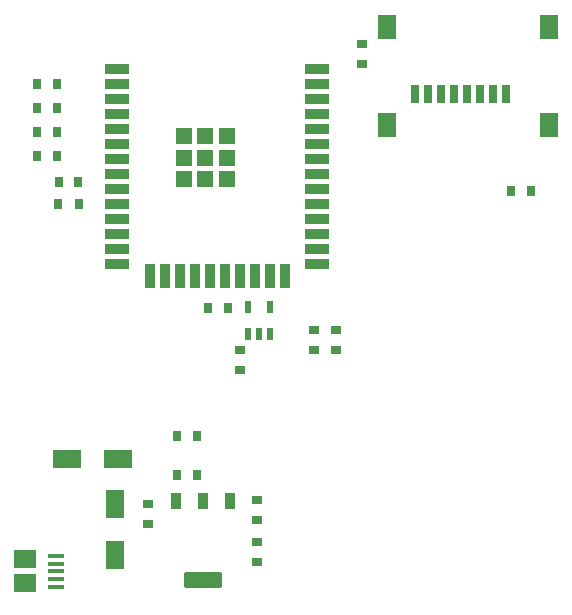
<source format=gbr>
%TF.GenerationSoftware,Altium Limited,Altium Designer,21.4.1 (30)*%
G04 Layer_Color=8421504*
%FSLAX26Y26*%
%MOIN*%
%TF.SameCoordinates,1ED331C9-AAA6-4E36-89CA-E609260C48EE*%
%TF.FilePolarity,Positive*%
%TF.FileFunction,Paste,Top*%
%TF.Part,Single*%
G01*
G75*
%TA.AperFunction,SMDPad,CuDef*%
G04:AMPARAMS|DCode=10|XSize=51.575mil|YSize=127.559mil|CornerRadius=3.868mil|HoleSize=0mil|Usage=FLASHONLY|Rotation=270.000|XOffset=0mil|YOffset=0mil|HoleType=Round|Shape=RoundedRectangle|*
%AMROUNDEDRECTD10*
21,1,0.051575,0.119823,0,0,270.0*
21,1,0.043839,0.127559,0,0,270.0*
1,1,0.007736,-0.059911,-0.021919*
1,1,0.007736,-0.059911,0.021919*
1,1,0.007736,0.059911,0.021919*
1,1,0.007736,0.059911,-0.021919*
%
%ADD10ROUNDEDRECTD10*%
G04:AMPARAMS|DCode=11|XSize=51.575mil|YSize=36.614mil|CornerRadius=2.746mil|HoleSize=0mil|Usage=FLASHONLY|Rotation=270.000|XOffset=0mil|YOffset=0mil|HoleType=Round|Shape=RoundedRectangle|*
%AMROUNDEDRECTD11*
21,1,0.051575,0.031122,0,0,270.0*
21,1,0.046083,0.036614,0,0,270.0*
1,1,0.005492,-0.015561,-0.023041*
1,1,0.005492,-0.015561,0.023041*
1,1,0.005492,0.015561,0.023041*
1,1,0.005492,0.015561,-0.023041*
%
%ADD11ROUNDEDRECTD11*%
%ADD12R,0.037402X0.031496*%
%ADD13R,0.078740X0.035433*%
%ADD14R,0.035433X0.078740*%
%TA.AperFunction,BGAPad,CuDef*%
%ADD15R,0.052362X0.052362*%
%TA.AperFunction,SMDPad,CuDef*%
%ADD16R,0.035433X0.029528*%
%ADD17R,0.029528X0.035433*%
%ADD18R,0.031496X0.037402*%
%ADD19R,0.020787X0.039748*%
%TA.AperFunction,ConnectorPad*%
%ADD20R,0.074803X0.059055*%
%ADD21R,0.053150X0.015748*%
%TA.AperFunction,SMDPad,CuDef*%
%ADD22R,0.096457X0.062992*%
%ADD23R,0.062992X0.096457*%
%ADD24R,0.031496X0.059055*%
%ADD25R,0.059055X0.080709*%
D10*
X1370000Y270000D02*
D03*
D11*
X1279842Y533386D02*
D03*
X1370000D02*
D03*
X1460158D02*
D03*
D12*
X1550000Y538465D02*
D03*
Y471536D02*
D03*
Y331535D02*
D03*
Y398464D02*
D03*
X1811024Y1037401D02*
D03*
Y1104331D02*
D03*
X1897638Y1990157D02*
D03*
Y2057086D02*
D03*
D13*
X1080827Y1973110D02*
D03*
Y1923110D02*
D03*
Y1873110D02*
D03*
Y1823110D02*
D03*
Y1773110D02*
D03*
Y1723110D02*
D03*
Y1673110D02*
D03*
Y1623110D02*
D03*
Y1573110D02*
D03*
Y1523110D02*
D03*
Y1473110D02*
D03*
Y1423110D02*
D03*
Y1373110D02*
D03*
Y1323110D02*
D03*
X1750118D02*
D03*
Y1373110D02*
D03*
Y1423110D02*
D03*
Y1473110D02*
D03*
Y1523110D02*
D03*
Y1573110D02*
D03*
Y1623110D02*
D03*
Y1673110D02*
D03*
Y1723110D02*
D03*
Y1773110D02*
D03*
Y1823110D02*
D03*
Y1873110D02*
D03*
Y1923110D02*
D03*
Y1973110D02*
D03*
D14*
X1190473Y1283740D02*
D03*
X1240473D02*
D03*
X1290473D02*
D03*
X1340473D02*
D03*
X1390473D02*
D03*
X1440473D02*
D03*
X1490473D02*
D03*
X1540473D02*
D03*
X1590473D02*
D03*
X1640473D02*
D03*
D15*
X1303858Y1750079D02*
D03*
X1376102D02*
D03*
X1448347D02*
D03*
X1303858Y1677835D02*
D03*
X1376102D02*
D03*
X1448347D02*
D03*
X1303858Y1605591D02*
D03*
X1376102D02*
D03*
X1448347D02*
D03*
D16*
X1740158Y1038386D02*
D03*
Y1103346D02*
D03*
X1492126Y1036417D02*
D03*
Y971457D02*
D03*
X1185000Y457520D02*
D03*
Y522480D02*
D03*
D17*
X2396654Y1566929D02*
D03*
X2461614D02*
D03*
X952756Y1598425D02*
D03*
X887795D02*
D03*
D18*
X815630Y1925079D02*
D03*
X882559D02*
D03*
X815630Y1765079D02*
D03*
X882559D02*
D03*
X815630Y1845079D02*
D03*
X882559D02*
D03*
X815630Y1685079D02*
D03*
X882559D02*
D03*
X886811Y1523425D02*
D03*
X953740D02*
D03*
X1450788Y1177165D02*
D03*
X1383859D02*
D03*
X1348465Y620000D02*
D03*
X1281535D02*
D03*
X1348465Y750000D02*
D03*
X1281535D02*
D03*
D19*
X1517717Y1090551D02*
D03*
X1555118D02*
D03*
X1592520D02*
D03*
Y1180614D02*
D03*
X1517717D02*
D03*
D20*
X774685Y260039D02*
D03*
Y338779D02*
D03*
D21*
X880000Y248228D02*
D03*
Y273819D02*
D03*
Y299409D02*
D03*
Y325000D02*
D03*
Y350591D02*
D03*
D22*
X915354Y675000D02*
D03*
X1084646D02*
D03*
D23*
X1075000Y355354D02*
D03*
Y524646D02*
D03*
D24*
X2377953Y1889764D02*
D03*
X2334646D02*
D03*
X2291339D02*
D03*
X2248032D02*
D03*
X2204724D02*
D03*
X2161417D02*
D03*
X2118110D02*
D03*
X2074803D02*
D03*
D25*
X2522638Y1787401D02*
D03*
Y2114173D02*
D03*
X1981299D02*
D03*
Y1787401D02*
D03*
%TF.MD5,5afff5b5f50f96aa1e19d06017adfe57*%
M02*

</source>
